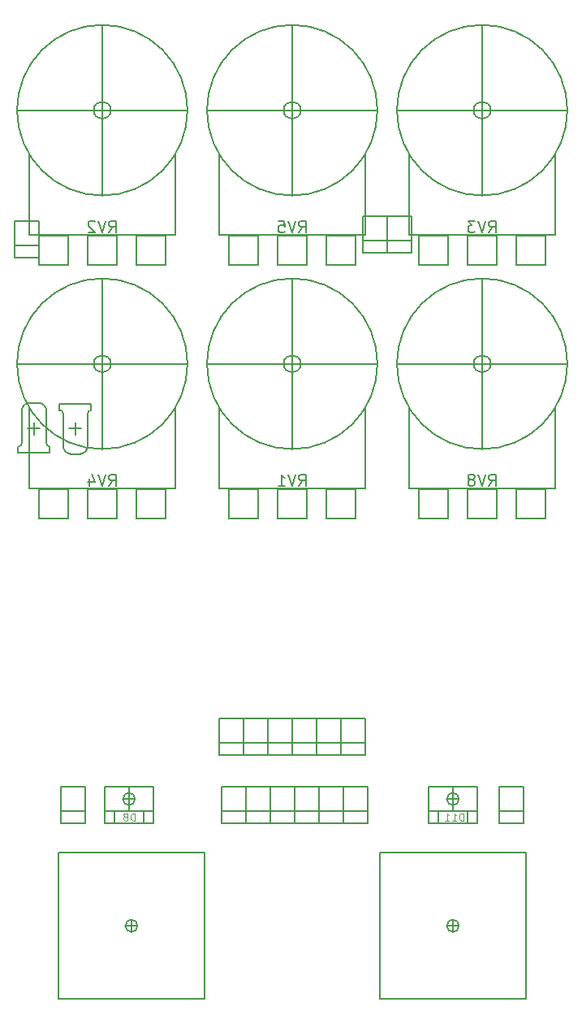
<source format=gbr>
G04 #@! TF.GenerationSoftware,KiCad,Pcbnew,(5.1.8-0-10_14)*
G04 #@! TF.CreationDate,2020-12-11T16:45:24+01:00*
G04 #@! TF.ProjectId,fluff,666c7566-662e-46b6-9963-61645f706362,rev?*
G04 #@! TF.SameCoordinates,Original*
G04 #@! TF.FileFunction,Legend,Bot*
G04 #@! TF.FilePolarity,Positive*
%FSLAX46Y46*%
G04 Gerber Fmt 4.6, Leading zero omitted, Abs format (unit mm)*
G04 Created by KiCad (PCBNEW (5.1.8-0-10_14)) date 2020-12-11 16:45:24*
%MOMM*%
%LPD*%
G01*
G04 APERTURE LIST*
%ADD10C,0.127000*%
%ADD11C,0.152400*%
%ADD12C,0.065024*%
G04 APERTURE END LIST*
D10*
X107188000Y-167894000D02*
X107188000Y-164846000D01*
X104140000Y-167894000D02*
X107188000Y-167894000D01*
X104140000Y-164846000D02*
X104140000Y-167894000D01*
X102108000Y-167894000D02*
X102108000Y-164846000D01*
X99060000Y-167894000D02*
X102108000Y-167894000D01*
X99060000Y-164846000D02*
X99060000Y-167894000D01*
X97028000Y-167894000D02*
X97028000Y-164846000D01*
X93980000Y-167894000D02*
X97028000Y-167894000D01*
X93980000Y-164846000D02*
X93980000Y-167894000D01*
X104140000Y-164846000D02*
X107188000Y-164846000D01*
X99060000Y-164846000D02*
X102108000Y-164846000D01*
X93980000Y-164846000D02*
X97028000Y-164846000D01*
X92964000Y-164719000D02*
X108204000Y-164719000D01*
X91694000Y-151765000D02*
X109474000Y-151765000D01*
X100584000Y-160655000D02*
X100584000Y-142875000D01*
X108204000Y-164719000D02*
X108204000Y-156210000D01*
X92964000Y-156210000D02*
X92964000Y-164719000D01*
X101482000Y-151765000D02*
G75*
G03*
X101482000Y-151765000I-898000J0D01*
G01*
X91694000Y-151765000D02*
G75*
G03*
X100584000Y-160655000I8890000J0D01*
G01*
X100584000Y-160655000D02*
G75*
G03*
X109474000Y-151765000I0J8890000D01*
G01*
X109474000Y-151765002D02*
G75*
G03*
X100584000Y-142875000I-8889901J101D01*
G01*
X100584002Y-142875000D02*
G75*
G03*
X91694000Y-151765000I-101J-8889901D01*
G01*
X117983000Y-210312000D02*
G75*
G03*
X117983000Y-210312000I-635000J0D01*
G01*
X116713000Y-210312000D02*
X117983000Y-210312000D01*
X117348000Y-209677000D02*
X117348000Y-210947000D01*
D11*
X124968000Y-217932000D02*
X124968000Y-202692000D01*
X109728000Y-217932000D02*
X124968000Y-217932000D01*
X109728000Y-202692000D02*
X109728000Y-217932000D01*
X124968000Y-202692000D02*
X109728000Y-202692000D01*
D10*
X84455000Y-210312000D02*
G75*
G03*
X84455000Y-210312000I-635000J0D01*
G01*
X83185000Y-210312000D02*
X84455000Y-210312000D01*
X83820000Y-209677000D02*
X83820000Y-210947000D01*
D11*
X91440000Y-217932000D02*
X91440000Y-202692000D01*
X76200000Y-217932000D02*
X91440000Y-217932000D01*
X76200000Y-202692000D02*
X76200000Y-217932000D01*
X91440000Y-202692000D02*
X76200000Y-202692000D01*
D10*
X127000000Y-167894000D02*
X127000000Y-164846000D01*
X123952000Y-167894000D02*
X127000000Y-167894000D01*
X123952000Y-164846000D02*
X123952000Y-167894000D01*
X121920000Y-167894000D02*
X121920000Y-164846000D01*
X118872000Y-167894000D02*
X121920000Y-167894000D01*
X118872000Y-164846000D02*
X118872000Y-167894000D01*
X116840000Y-167894000D02*
X116840000Y-164846000D01*
X113792000Y-167894000D02*
X116840000Y-167894000D01*
X113792000Y-164846000D02*
X113792000Y-167894000D01*
X123952000Y-164846000D02*
X127000000Y-164846000D01*
X118872000Y-164846000D02*
X121920000Y-164846000D01*
X113792000Y-164846000D02*
X116840000Y-164846000D01*
X112776000Y-164719000D02*
X128016000Y-164719000D01*
X111506000Y-151765000D02*
X129286000Y-151765000D01*
X120396000Y-160655000D02*
X120396000Y-142875000D01*
X128016000Y-164719000D02*
X128016000Y-156210000D01*
X112776000Y-156210000D02*
X112776000Y-164719000D01*
X121294000Y-151765000D02*
G75*
G03*
X121294000Y-151765000I-898000J0D01*
G01*
X111506000Y-151765000D02*
G75*
G03*
X120396000Y-160655000I8890000J0D01*
G01*
X120396000Y-160655000D02*
G75*
G03*
X129286000Y-151765000I0J8890000D01*
G01*
X129286000Y-151765002D02*
G75*
G03*
X120396000Y-142875000I-8889901J101D01*
G01*
X120396002Y-142875000D02*
G75*
G03*
X111506000Y-151765000I-101J-8889901D01*
G01*
X107188000Y-141478000D02*
X107188000Y-138430000D01*
X104140000Y-141478000D02*
X107188000Y-141478000D01*
X104140000Y-138430000D02*
X104140000Y-141478000D01*
X102108000Y-141478000D02*
X102108000Y-138430000D01*
X99060000Y-141478000D02*
X102108000Y-141478000D01*
X99060000Y-138430000D02*
X99060000Y-141478000D01*
X97028000Y-141478000D02*
X97028000Y-138430000D01*
X93980000Y-141478000D02*
X97028000Y-141478000D01*
X93980000Y-138430000D02*
X93980000Y-141478000D01*
X104140000Y-138430000D02*
X107188000Y-138430000D01*
X99060000Y-138430000D02*
X102108000Y-138430000D01*
X93980000Y-138430000D02*
X97028000Y-138430000D01*
X92964000Y-138303000D02*
X108204000Y-138303000D01*
X91694000Y-125349000D02*
X109474000Y-125349000D01*
X100584000Y-134239000D02*
X100584000Y-116459000D01*
X108204000Y-138303000D02*
X108204000Y-129794000D01*
X92964000Y-129794000D02*
X92964000Y-138303000D01*
X101482000Y-125349000D02*
G75*
G03*
X101482000Y-125349000I-898000J0D01*
G01*
X91694000Y-125349000D02*
G75*
G03*
X100584000Y-134239000I8890000J0D01*
G01*
X100584000Y-134239000D02*
G75*
G03*
X109474000Y-125349000I0J8890000D01*
G01*
X109474000Y-125349002D02*
G75*
G03*
X100584000Y-116459000I-8889901J101D01*
G01*
X100584002Y-116459000D02*
G75*
G03*
X91694000Y-125349000I-101J-8889901D01*
G01*
X87376000Y-167894000D02*
X87376000Y-164846000D01*
X84328000Y-167894000D02*
X87376000Y-167894000D01*
X84328000Y-164846000D02*
X84328000Y-167894000D01*
X82296000Y-167894000D02*
X82296000Y-164846000D01*
X79248000Y-167894000D02*
X82296000Y-167894000D01*
X79248000Y-164846000D02*
X79248000Y-167894000D01*
X77216000Y-167894000D02*
X77216000Y-164846000D01*
X74168000Y-167894000D02*
X77216000Y-167894000D01*
X74168000Y-164846000D02*
X74168000Y-167894000D01*
X84328000Y-164846000D02*
X87376000Y-164846000D01*
X79248000Y-164846000D02*
X82296000Y-164846000D01*
X74168000Y-164846000D02*
X77216000Y-164846000D01*
X73152000Y-164719000D02*
X88392000Y-164719000D01*
X71882000Y-151765000D02*
X89662000Y-151765000D01*
X80772000Y-160655000D02*
X80772000Y-142875000D01*
X88392000Y-164719000D02*
X88392000Y-156210000D01*
X73152000Y-156210000D02*
X73152000Y-164719000D01*
X81670000Y-151765000D02*
G75*
G03*
X81670000Y-151765000I-898000J0D01*
G01*
X71882000Y-151765000D02*
G75*
G03*
X80772000Y-160655000I8890000J0D01*
G01*
X80772000Y-160655000D02*
G75*
G03*
X89662000Y-151765000I0J8890000D01*
G01*
X89662000Y-151765002D02*
G75*
G03*
X80772000Y-142875000I-8889901J101D01*
G01*
X80772002Y-142875000D02*
G75*
G03*
X71882000Y-151765000I-101J-8889901D01*
G01*
X127000000Y-141478000D02*
X127000000Y-138430000D01*
X123952000Y-141478000D02*
X127000000Y-141478000D01*
X123952000Y-138430000D02*
X123952000Y-141478000D01*
X121920000Y-141478000D02*
X121920000Y-138430000D01*
X118872000Y-141478000D02*
X121920000Y-141478000D01*
X118872000Y-138430000D02*
X118872000Y-141478000D01*
X116840000Y-141478000D02*
X116840000Y-138430000D01*
X113792000Y-141478000D02*
X116840000Y-141478000D01*
X113792000Y-138430000D02*
X113792000Y-141478000D01*
X123952000Y-138430000D02*
X127000000Y-138430000D01*
X118872000Y-138430000D02*
X121920000Y-138430000D01*
X113792000Y-138430000D02*
X116840000Y-138430000D01*
X112776000Y-138303000D02*
X128016000Y-138303000D01*
X111506000Y-125349000D02*
X129286000Y-125349000D01*
X120396000Y-134239000D02*
X120396000Y-116459000D01*
X128016000Y-138303000D02*
X128016000Y-129794000D01*
X112776000Y-129794000D02*
X112776000Y-138303000D01*
X121294000Y-125349000D02*
G75*
G03*
X121294000Y-125349000I-898000J0D01*
G01*
X111506000Y-125349000D02*
G75*
G03*
X120396000Y-134239000I8890000J0D01*
G01*
X120396000Y-134239000D02*
G75*
G03*
X129286000Y-125349000I0J8890000D01*
G01*
X129286000Y-125349002D02*
G75*
G03*
X120396000Y-116459000I-8889901J101D01*
G01*
X120396002Y-116459000D02*
G75*
G03*
X111506000Y-125349000I-101J-8889901D01*
G01*
X87376000Y-141478000D02*
X87376000Y-138430000D01*
X84328000Y-141478000D02*
X87376000Y-141478000D01*
X84328000Y-138430000D02*
X84328000Y-141478000D01*
X82296000Y-141478000D02*
X82296000Y-138430000D01*
X79248000Y-141478000D02*
X82296000Y-141478000D01*
X79248000Y-138430000D02*
X79248000Y-141478000D01*
X77216000Y-141478000D02*
X77216000Y-138430000D01*
X74168000Y-141478000D02*
X77216000Y-141478000D01*
X74168000Y-138430000D02*
X74168000Y-141478000D01*
X84328000Y-138430000D02*
X87376000Y-138430000D01*
X79248000Y-138430000D02*
X82296000Y-138430000D01*
X74168000Y-138430000D02*
X77216000Y-138430000D01*
X73152000Y-138303000D02*
X88392000Y-138303000D01*
X71882000Y-125349000D02*
X89662000Y-125349000D01*
X80772000Y-134239000D02*
X80772000Y-116459000D01*
X88392000Y-138303000D02*
X88392000Y-129794000D01*
X73152000Y-129794000D02*
X73152000Y-138303000D01*
X81670000Y-125349000D02*
G75*
G03*
X81670000Y-125349000I-898000J0D01*
G01*
X71882000Y-125349000D02*
G75*
G03*
X80772000Y-134239000I8890000J0D01*
G01*
X80772000Y-134239000D02*
G75*
G03*
X89662000Y-125349000I0J8890000D01*
G01*
X89662000Y-125349002D02*
G75*
G03*
X80772000Y-116459000I-8889901J101D01*
G01*
X80772002Y-116459000D02*
G75*
G03*
X71882000Y-125349000I-101J-8889901D01*
G01*
D11*
X122174000Y-199644000D02*
X122174000Y-198374000D01*
X124714000Y-199644000D02*
X122174000Y-199644000D01*
X124714000Y-198374000D02*
X124714000Y-199644000D01*
X124714000Y-198374000D02*
X124714000Y-195834000D01*
X122174000Y-198374000D02*
X124714000Y-198374000D01*
X122174000Y-195834000D02*
X122174000Y-198374000D01*
X124714000Y-195834000D02*
X122174000Y-195834000D01*
X98298000Y-199644000D02*
X98298000Y-198374000D01*
X100838000Y-199644000D02*
X98298000Y-199644000D01*
X100838000Y-198374000D02*
X100838000Y-199644000D01*
X100838000Y-198374000D02*
X100838000Y-195834000D01*
X98298000Y-198374000D02*
X100838000Y-198374000D01*
X98298000Y-195834000D02*
X98298000Y-198374000D01*
X100838000Y-195834000D02*
X98298000Y-195834000D01*
X103124000Y-192532000D02*
X103124000Y-191262000D01*
X105664000Y-192532000D02*
X103124000Y-192532000D01*
X105664000Y-191262000D02*
X105664000Y-192532000D01*
X105664000Y-191262000D02*
X105664000Y-188722000D01*
X103124000Y-191262000D02*
X105664000Y-191262000D01*
X103124000Y-188722000D02*
X103124000Y-191262000D01*
X105664000Y-188722000D02*
X103124000Y-188722000D01*
X105664000Y-192532000D02*
X105664000Y-191262000D01*
X108204000Y-192532000D02*
X105664000Y-192532000D01*
X108204000Y-191262000D02*
X108204000Y-192532000D01*
X108204000Y-191262000D02*
X108204000Y-188722000D01*
X105664000Y-191262000D02*
X108204000Y-191262000D01*
X105664000Y-188722000D02*
X105664000Y-191262000D01*
X108204000Y-188722000D02*
X105664000Y-188722000D01*
X93218000Y-199644000D02*
X93218000Y-198374000D01*
X95758000Y-199644000D02*
X93218000Y-199644000D01*
X95758000Y-198374000D02*
X95758000Y-199644000D01*
X95758000Y-198374000D02*
X95758000Y-195834000D01*
X93218000Y-198374000D02*
X95758000Y-198374000D01*
X93218000Y-195834000D02*
X93218000Y-198374000D01*
X95758000Y-195834000D02*
X93218000Y-195834000D01*
X103378000Y-199644000D02*
X103378000Y-198374000D01*
X105918000Y-199644000D02*
X103378000Y-199644000D01*
X105918000Y-198374000D02*
X105918000Y-199644000D01*
X105918000Y-198374000D02*
X105918000Y-195834000D01*
X103378000Y-198374000D02*
X105918000Y-198374000D01*
X103378000Y-195834000D02*
X103378000Y-198374000D01*
X105918000Y-195834000D02*
X103378000Y-195834000D01*
X100838000Y-199644000D02*
X100838000Y-198374000D01*
X103378000Y-199644000D02*
X100838000Y-199644000D01*
X103378000Y-198374000D02*
X103378000Y-199644000D01*
X103378000Y-198374000D02*
X103378000Y-195834000D01*
X100838000Y-198374000D02*
X103378000Y-198374000D01*
X100838000Y-195834000D02*
X100838000Y-198374000D01*
X103378000Y-195834000D02*
X100838000Y-195834000D01*
X95758000Y-199644000D02*
X95758000Y-198374000D01*
X98298000Y-199644000D02*
X95758000Y-199644000D01*
X98298000Y-198374000D02*
X98298000Y-199644000D01*
X98298000Y-198374000D02*
X98298000Y-195834000D01*
X95758000Y-198374000D02*
X98298000Y-198374000D01*
X95758000Y-195834000D02*
X95758000Y-198374000D01*
X98298000Y-195834000D02*
X95758000Y-195834000D01*
X107950000Y-140208000D02*
X107950000Y-138938000D01*
X110490000Y-140208000D02*
X107950000Y-140208000D01*
X110490000Y-138938000D02*
X110490000Y-140208000D01*
X110490000Y-138938000D02*
X110490000Y-136398000D01*
X107950000Y-138938000D02*
X110490000Y-138938000D01*
X107950000Y-136398000D02*
X107950000Y-138938000D01*
X110490000Y-136398000D02*
X107950000Y-136398000D01*
X110490000Y-140208000D02*
X110490000Y-138938000D01*
X113030000Y-140208000D02*
X110490000Y-140208000D01*
X113030000Y-138938000D02*
X113030000Y-140208000D01*
X113030000Y-138938000D02*
X113030000Y-136398000D01*
X110490000Y-138938000D02*
X113030000Y-138938000D01*
X110490000Y-136398000D02*
X110490000Y-138938000D01*
X113030000Y-136398000D02*
X110490000Y-136398000D01*
X76454000Y-199644000D02*
X76454000Y-198374000D01*
X78994000Y-199644000D02*
X76454000Y-199644000D01*
X78994000Y-198374000D02*
X78994000Y-199644000D01*
X78994000Y-198374000D02*
X78994000Y-195834000D01*
X76454000Y-198374000D02*
X78994000Y-198374000D01*
X76454000Y-195834000D02*
X76454000Y-198374000D01*
X78994000Y-195834000D02*
X76454000Y-195834000D01*
X105918000Y-199644000D02*
X105918000Y-198374000D01*
X108458000Y-199644000D02*
X105918000Y-199644000D01*
X108458000Y-198374000D02*
X108458000Y-199644000D01*
X108458000Y-198374000D02*
X108458000Y-195834000D01*
X105918000Y-198374000D02*
X108458000Y-198374000D01*
X105918000Y-195834000D02*
X105918000Y-198374000D01*
X108458000Y-195834000D02*
X105918000Y-195834000D01*
X92964000Y-192532000D02*
X92964000Y-191262000D01*
X95504000Y-192532000D02*
X92964000Y-192532000D01*
X95504000Y-191262000D02*
X95504000Y-192532000D01*
X95504000Y-191262000D02*
X95504000Y-188722000D01*
X92964000Y-191262000D02*
X95504000Y-191262000D01*
X92964000Y-188722000D02*
X92964000Y-191262000D01*
X95504000Y-188722000D02*
X92964000Y-188722000D01*
X71628000Y-140716000D02*
X71628000Y-139446000D01*
X74168000Y-140716000D02*
X71628000Y-140716000D01*
X74168000Y-139446000D02*
X74168000Y-140716000D01*
X74168000Y-139446000D02*
X74168000Y-136906000D01*
X71628000Y-139446000D02*
X74168000Y-139446000D01*
X71628000Y-136906000D02*
X71628000Y-139446000D01*
X74168000Y-136906000D02*
X71628000Y-136906000D01*
X98044000Y-192532000D02*
X98044000Y-191262000D01*
X100584000Y-192532000D02*
X98044000Y-192532000D01*
X100584000Y-191262000D02*
X100584000Y-192532000D01*
X100584000Y-191262000D02*
X100584000Y-188722000D01*
X98044000Y-191262000D02*
X100584000Y-191262000D01*
X98044000Y-188722000D02*
X98044000Y-191262000D01*
X100584000Y-188722000D02*
X98044000Y-188722000D01*
X100584000Y-192532000D02*
X100584000Y-191262000D01*
X103124000Y-192532000D02*
X100584000Y-192532000D01*
X103124000Y-191262000D02*
X103124000Y-192532000D01*
X103124000Y-191262000D02*
X103124000Y-188722000D01*
X100584000Y-191262000D02*
X103124000Y-191262000D01*
X100584000Y-188722000D02*
X100584000Y-191262000D01*
X103124000Y-188722000D02*
X100584000Y-188722000D01*
X95504000Y-192532000D02*
X95504000Y-191262000D01*
X98044000Y-192532000D02*
X95504000Y-192532000D01*
X98044000Y-191262000D02*
X98044000Y-192532000D01*
X98044000Y-191262000D02*
X98044000Y-188722000D01*
X95504000Y-191262000D02*
X98044000Y-191262000D01*
X95504000Y-188722000D02*
X95504000Y-191262000D01*
X98044000Y-188722000D02*
X95504000Y-188722000D01*
D10*
X115824000Y-198374000D02*
X115824000Y-199644000D01*
X118872000Y-198374000D02*
X118872000Y-199644000D01*
X115824000Y-198374000D02*
X115824000Y-199644000D01*
X119888000Y-199263000D02*
X119888000Y-198374000D01*
X119888000Y-199644000D02*
X119888000Y-199263000D01*
X118872000Y-199644000D02*
X119888000Y-199644000D01*
X115824000Y-199644000D02*
X118872000Y-199644000D01*
X114808000Y-199644000D02*
X115824000Y-199644000D01*
X114808000Y-198374000D02*
X114808000Y-199644000D01*
X117348000Y-195834000D02*
X119888000Y-195834000D01*
X117348000Y-198374000D02*
X117348000Y-195834000D01*
X114808000Y-195834000D02*
X114808000Y-198374000D01*
X117348000Y-195834000D02*
X114808000Y-195834000D01*
X119888000Y-198374000D02*
X119888000Y-195834000D01*
X118872000Y-198374000D02*
X119888000Y-198374000D01*
X117348000Y-198374000D02*
X118872000Y-198374000D01*
X115824000Y-198374000D02*
X117348000Y-198374000D01*
X114808000Y-198374000D02*
X115824000Y-198374000D01*
X116713000Y-197104000D02*
X117983000Y-197104000D01*
X117348000Y-196469000D02*
X117348000Y-197739000D01*
X117983000Y-197104000D02*
G75*
G03*
X117983000Y-197104000I-635000J0D01*
G01*
X82042000Y-198374000D02*
X82042000Y-199644000D01*
X85090000Y-198374000D02*
X85090000Y-199644000D01*
X82042000Y-198374000D02*
X82042000Y-199644000D01*
X86106000Y-199263000D02*
X86106000Y-198374000D01*
X86106000Y-199644000D02*
X86106000Y-199263000D01*
X85090000Y-199644000D02*
X86106000Y-199644000D01*
X82042000Y-199644000D02*
X85090000Y-199644000D01*
X81026000Y-199644000D02*
X82042000Y-199644000D01*
X81026000Y-198374000D02*
X81026000Y-199644000D01*
X83566000Y-195834000D02*
X86106000Y-195834000D01*
X83566000Y-198374000D02*
X83566000Y-195834000D01*
X81026000Y-195834000D02*
X81026000Y-198374000D01*
X83566000Y-195834000D02*
X81026000Y-195834000D01*
X86106000Y-198374000D02*
X86106000Y-195834000D01*
X85090000Y-198374000D02*
X86106000Y-198374000D01*
X83566000Y-198374000D02*
X85090000Y-198374000D01*
X82042000Y-198374000D02*
X83566000Y-198374000D01*
X81026000Y-198374000D02*
X82042000Y-198374000D01*
X82931000Y-197104000D02*
X84201000Y-197104000D01*
X83566000Y-196469000D02*
X83566000Y-197739000D01*
X84201000Y-197104000D02*
G75*
G03*
X84201000Y-197104000I-635000J0D01*
G01*
X74168000Y-155829000D02*
X73152000Y-155829000D01*
X72390000Y-156718000D02*
X72390000Y-160020000D01*
X74930000Y-156718000D02*
X74930000Y-160020000D01*
X72009000Y-160401000D02*
X72009000Y-161036000D01*
X72009000Y-161036000D02*
X75311000Y-161036000D01*
X75311000Y-161036000D02*
X75311000Y-160401000D01*
X74295000Y-158496000D02*
X73025000Y-158496000D01*
X73660000Y-157861000D02*
X73660000Y-159131000D01*
X75311000Y-160401000D02*
G75*
G02*
X74930000Y-160020000I0J381000D01*
G01*
X72009000Y-160401000D02*
G75*
G03*
X72390000Y-160020000I0J381000D01*
G01*
X72390001Y-156718001D02*
G75*
G02*
X73152000Y-155829000I825500J63501D01*
G01*
X74167999Y-155828999D02*
G75*
G02*
X74930000Y-156718000I-63500J-825501D01*
G01*
X77470000Y-161163000D02*
X78486000Y-161163000D01*
X79248000Y-160274000D02*
X79248000Y-156972000D01*
X76708000Y-160274000D02*
X76708000Y-156972000D01*
X79629000Y-156591000D02*
X79629000Y-155956000D01*
X79629000Y-155956000D02*
X76327000Y-155956000D01*
X76327000Y-155956000D02*
X76327000Y-156591000D01*
X77343000Y-158496000D02*
X78613000Y-158496000D01*
X77978000Y-159131000D02*
X77978000Y-157861000D01*
X76327000Y-156591000D02*
G75*
G02*
X76708000Y-156972000I0J-381000D01*
G01*
X79629000Y-156591000D02*
G75*
G03*
X79248000Y-156972000I0J-381000D01*
G01*
X79247999Y-160273999D02*
G75*
G02*
X78486000Y-161163000I-825500J-63501D01*
G01*
X77470001Y-161163001D02*
G75*
G02*
X76708000Y-160274000I63500J825501D01*
G01*
D11*
X101302154Y-164502797D02*
X101704321Y-163928273D01*
X101991583Y-164502797D02*
X101991583Y-163296297D01*
X101531964Y-163296297D01*
X101417059Y-163353750D01*
X101359607Y-163411202D01*
X101302154Y-163526107D01*
X101302154Y-163698464D01*
X101359607Y-163813369D01*
X101417059Y-163870821D01*
X101531964Y-163928273D01*
X101991583Y-163928273D01*
X100957440Y-163296297D02*
X100555273Y-164502797D01*
X100153107Y-163296297D01*
X99118964Y-164502797D02*
X99808392Y-164502797D01*
X99463678Y-164502797D02*
X99463678Y-163296297D01*
X99578583Y-163468654D01*
X99693488Y-163583559D01*
X99808392Y-163641011D01*
X121114154Y-164502797D02*
X121516321Y-163928273D01*
X121803583Y-164502797D02*
X121803583Y-163296297D01*
X121343964Y-163296297D01*
X121229059Y-163353750D01*
X121171607Y-163411202D01*
X121114154Y-163526107D01*
X121114154Y-163698464D01*
X121171607Y-163813369D01*
X121229059Y-163870821D01*
X121343964Y-163928273D01*
X121803583Y-163928273D01*
X120769440Y-163296297D02*
X120367273Y-164502797D01*
X119965107Y-163296297D01*
X119390583Y-163813369D02*
X119505488Y-163755916D01*
X119562940Y-163698464D01*
X119620392Y-163583559D01*
X119620392Y-163526107D01*
X119562940Y-163411202D01*
X119505488Y-163353750D01*
X119390583Y-163296297D01*
X119160773Y-163296297D01*
X119045869Y-163353750D01*
X118988416Y-163411202D01*
X118930964Y-163526107D01*
X118930964Y-163583559D01*
X118988416Y-163698464D01*
X119045869Y-163755916D01*
X119160773Y-163813369D01*
X119390583Y-163813369D01*
X119505488Y-163870821D01*
X119562940Y-163928273D01*
X119620392Y-164043178D01*
X119620392Y-164272988D01*
X119562940Y-164387892D01*
X119505488Y-164445345D01*
X119390583Y-164502797D01*
X119160773Y-164502797D01*
X119045869Y-164445345D01*
X118988416Y-164387892D01*
X118930964Y-164272988D01*
X118930964Y-164043178D01*
X118988416Y-163928273D01*
X119045869Y-163870821D01*
X119160773Y-163813369D01*
X101302154Y-138086797D02*
X101704321Y-137512273D01*
X101991583Y-138086797D02*
X101991583Y-136880297D01*
X101531964Y-136880297D01*
X101417059Y-136937750D01*
X101359607Y-136995202D01*
X101302154Y-137110107D01*
X101302154Y-137282464D01*
X101359607Y-137397369D01*
X101417059Y-137454821D01*
X101531964Y-137512273D01*
X101991583Y-137512273D01*
X100957440Y-136880297D02*
X100555273Y-138086797D01*
X100153107Y-136880297D01*
X99176416Y-136880297D02*
X99750940Y-136880297D01*
X99808392Y-137454821D01*
X99750940Y-137397369D01*
X99636035Y-137339916D01*
X99348773Y-137339916D01*
X99233869Y-137397369D01*
X99176416Y-137454821D01*
X99118964Y-137569726D01*
X99118964Y-137856988D01*
X99176416Y-137971892D01*
X99233869Y-138029345D01*
X99348773Y-138086797D01*
X99636035Y-138086797D01*
X99750940Y-138029345D01*
X99808392Y-137971892D01*
X81490154Y-164502797D02*
X81892321Y-163928273D01*
X82179583Y-164502797D02*
X82179583Y-163296297D01*
X81719964Y-163296297D01*
X81605059Y-163353750D01*
X81547607Y-163411202D01*
X81490154Y-163526107D01*
X81490154Y-163698464D01*
X81547607Y-163813369D01*
X81605059Y-163870821D01*
X81719964Y-163928273D01*
X82179583Y-163928273D01*
X81145440Y-163296297D02*
X80743273Y-164502797D01*
X80341107Y-163296297D01*
X79421869Y-163698464D02*
X79421869Y-164502797D01*
X79709130Y-163238845D02*
X79996392Y-164100630D01*
X79249511Y-164100630D01*
X121114154Y-138086797D02*
X121516321Y-137512273D01*
X121803583Y-138086797D02*
X121803583Y-136880297D01*
X121343964Y-136880297D01*
X121229059Y-136937750D01*
X121171607Y-136995202D01*
X121114154Y-137110107D01*
X121114154Y-137282464D01*
X121171607Y-137397369D01*
X121229059Y-137454821D01*
X121343964Y-137512273D01*
X121803583Y-137512273D01*
X120769440Y-136880297D02*
X120367273Y-138086797D01*
X119965107Y-136880297D01*
X119677845Y-136880297D02*
X118930964Y-136880297D01*
X119333130Y-137339916D01*
X119160773Y-137339916D01*
X119045869Y-137397369D01*
X118988416Y-137454821D01*
X118930964Y-137569726D01*
X118930964Y-137856988D01*
X118988416Y-137971892D01*
X119045869Y-138029345D01*
X119160773Y-138086797D01*
X119505488Y-138086797D01*
X119620392Y-138029345D01*
X119677845Y-137971892D01*
X81490154Y-138086797D02*
X81892321Y-137512273D01*
X82179583Y-138086797D02*
X82179583Y-136880297D01*
X81719964Y-136880297D01*
X81605059Y-136937750D01*
X81547607Y-136995202D01*
X81490154Y-137110107D01*
X81490154Y-137282464D01*
X81547607Y-137397369D01*
X81605059Y-137454821D01*
X81719964Y-137512273D01*
X82179583Y-137512273D01*
X81145440Y-136880297D02*
X80743273Y-138086797D01*
X80341107Y-136880297D01*
X79996392Y-136995202D02*
X79938940Y-136937750D01*
X79824035Y-136880297D01*
X79536773Y-136880297D01*
X79421869Y-136937750D01*
X79364416Y-136995202D01*
X79306964Y-137110107D01*
X79306964Y-137225011D01*
X79364416Y-137397369D01*
X80053845Y-138086797D01*
X79306964Y-138086797D01*
D12*
X118433358Y-199363390D02*
X118433358Y-198591230D01*
X118249511Y-198591230D01*
X118139202Y-198628000D01*
X118065663Y-198701539D01*
X118028894Y-198775078D01*
X117992124Y-198922156D01*
X117992124Y-199032464D01*
X118028894Y-199179542D01*
X118065663Y-199253081D01*
X118139202Y-199326620D01*
X118249511Y-199363390D01*
X118433358Y-199363390D01*
X117256734Y-199363390D02*
X117697968Y-199363390D01*
X117477351Y-199363390D02*
X117477351Y-198591230D01*
X117550890Y-198701539D01*
X117624429Y-198775078D01*
X117697968Y-198811847D01*
X116521343Y-199363390D02*
X116962577Y-199363390D01*
X116741960Y-199363390D02*
X116741960Y-198591230D01*
X116815499Y-198701539D01*
X116889038Y-198775078D01*
X116962577Y-198811847D01*
X84169968Y-199363390D02*
X84169968Y-198591230D01*
X83986120Y-198591230D01*
X83875812Y-198628000D01*
X83802273Y-198701539D01*
X83765503Y-198775078D01*
X83728734Y-198922156D01*
X83728734Y-199032464D01*
X83765503Y-199179542D01*
X83802273Y-199253081D01*
X83875812Y-199326620D01*
X83986120Y-199363390D01*
X84169968Y-199363390D01*
X83287499Y-198922156D02*
X83361038Y-198885386D01*
X83397808Y-198848617D01*
X83434577Y-198775078D01*
X83434577Y-198738308D01*
X83397808Y-198664769D01*
X83361038Y-198628000D01*
X83287499Y-198591230D01*
X83140421Y-198591230D01*
X83066882Y-198628000D01*
X83030113Y-198664769D01*
X82993343Y-198738308D01*
X82993343Y-198775078D01*
X83030113Y-198848617D01*
X83066882Y-198885386D01*
X83140421Y-198922156D01*
X83287499Y-198922156D01*
X83361038Y-198958925D01*
X83397808Y-198995695D01*
X83434577Y-199069234D01*
X83434577Y-199216312D01*
X83397808Y-199289851D01*
X83361038Y-199326620D01*
X83287499Y-199363390D01*
X83140421Y-199363390D01*
X83066882Y-199326620D01*
X83030113Y-199289851D01*
X82993343Y-199216312D01*
X82993343Y-199069234D01*
X83030113Y-198995695D01*
X83066882Y-198958925D01*
X83140421Y-198922156D01*
M02*

</source>
